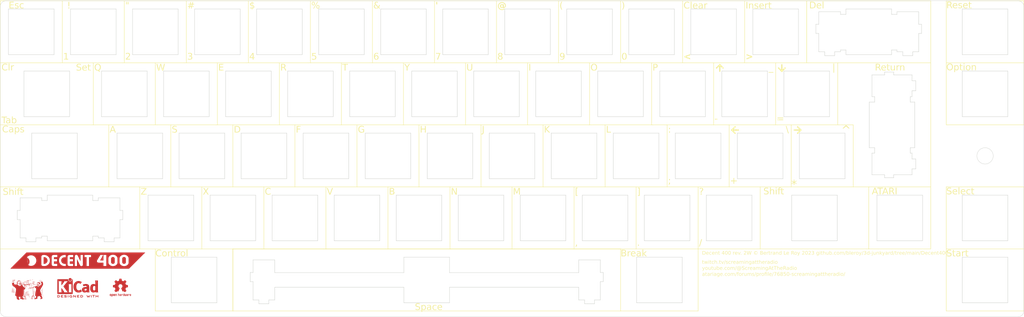
<source format=kicad_pcb>
(kicad_pcb (version 20221018) (generator pcbnew)
  (title_block (title "Decent400W Plate") (date "2024-02-18") (rev "2W") (company "Decent Consulting"))
  (layers (0 "F.Cu" signal) (31 "B.Cu" signal) (34 "B.Paste" user) (35 "F.Paste" user) (36 "B.SilkS" user "B.Silkscreen") (37 "F.SilkS" user "F.Silkscreen") (38 "B.Mask" user) (39 "F.Mask" user) (44 "Edge.Cuts" user))
  (net 0 "")
  (footprint "Library:Arrow" (layer "F.Cu") (at 268.64975 63.5055)
    (fp_text reference "REF**" hide)
    (fp_text value "Arrow" hide)
  )
  (footprint "Library:MX-1-00U-Hole" (layer "F.Cu") (at 33.3375 33.3375)
    (fp_text reference "SWEsc1" hide)
    (fp_text value "Esc" hide)
    (fp_line (start -7 -7) (end -7 7) (stroke (width 0.12)) (layer "Edge.Cuts"))
    (fp_line (start -7 -7) (end 7 -7) (stroke (width 0.12)) (layer "Edge.Cuts"))
    (fp_line (start -7 7) (end 7 7) (stroke (width 0.12)) (layer "Edge.Cuts"))
    (fp_line (start 7 -7) (end 7 7) (stroke (width 0.12)) (layer "Edge.Cuts"))
  )
  (footprint "Library:MX-1-00U-Hole" (layer "F.Cu") (at 142.875 71.4375)
    (fp_text reference "SWG1" hide)
    (fp_text value "G" hide)
    (fp_line (start -7 -7) (end -7 7) (stroke (width 0.12)) (layer "Edge.Cuts"))
    (fp_line (start -7 -7) (end 7 -7) (stroke (width 0.12)) (layer "Edge.Cuts"))
    (fp_line (start -7 7) (end 7 7) (stroke (width 0.12)) (layer "Edge.Cuts"))
    (fp_line (start 7 -7) (end 7 7) (stroke (width 0.12)) (layer "Edge.Cuts"))
  )
  (footprint "Library:MX-1-00U-Hole" (layer "F.Cu") (at 228.6 90.4875)
    (fp_text reference "SWPeriod1" hide)
    (fp_text value "Period" hide)
    (fp_line (start -7 -7) (end -7 7) (stroke (width 0.12)) (layer "Edge.Cuts"))
    (fp_line (start -7 -7) (end 7 -7) (stroke (width 0.12)) (layer "Edge.Cuts"))
    (fp_line (start -7 7) (end 7 7) (stroke (width 0.12)) (layer "Edge.Cuts"))
    (fp_line (start 7 -7) (end 7 7) (stroke (width 0.12)) (layer "Edge.Cuts"))
  )
  (footprint "Library:MX-1-00U-Hole" (layer "F.Cu") (at 261.9375 33.3375)
    (fp_text reference "SWGT1" hide)
    (fp_text value "GreaterThan" hide)
    (fp_line (start -7 -7) (end -7 7) (stroke (width 0.12)) (layer "Edge.Cuts"))
    (fp_line (start -7 -7) (end 7 -7) (stroke (width 0.12)) (layer "Edge.Cuts"))
    (fp_line (start -7 7) (end 7 7) (stroke (width 0.12)) (layer "Edge.Cuts"))
    (fp_line (start 7 -7) (end 7 7) (stroke (width 0.12)) (layer "Edge.Cuts"))
  )
  (footprint "Symbol:OSHW-Logo2_7.3x6mm_Copper" (layer "F.Cu") (at 60.721875 111.91875)
    (fp_text reference "REF**" hide)
    (fp_text value "OSHW-Logo2_7.3x6mm_Copper" hide)
  )
  (footprint "Library:MX-1-00U-Hole" (layer "F.Cu") (at 119.0625 52.3875)
    (fp_text reference "SWR1" hide)
    (fp_text value "R" hide)
    (fp_line (start -7 -7) (end -7 7) (stroke (width 0.12)) (layer "Edge.Cuts"))
    (fp_line (start -7 -7) (end 7 -7) (stroke (width 0.12)) (layer "Edge.Cuts"))
    (fp_line (start -7 7) (end 7 7) (stroke (width 0.12)) (layer "Edge.Cuts"))
    (fp_line (start 7 -7) (end 7 7) (stroke (width 0.12)) (layer "Edge.Cuts"))
  )
  (footprint "Library:MX-1-00U-Hole" (layer "F.Cu") (at 200.025 71.4375)
    (fp_text reference "SWK1" hide)
    (fp_text value "K" hide)
    (fp_line (start -7 -7) (end -7 7) (stroke (width 0.12)) (layer "Edge.Cuts"))
    (fp_line (start -7 -7) (end 7 -7) (stroke (width 0.12)) (layer "Edge.Cuts"))
    (fp_line (start -7 7) (end 7 7) (stroke (width 0.12)) (layer "Edge.Cuts"))
    (fp_line (start 7 -7) (end 7 7) (stroke (width 0.12)) (layer "Edge.Cuts"))
  )
  (footprint "Library:MX-1-00U-Hole" (layer "F.Cu") (at 166.6875 33.3375)
    (fp_text reference "SW7" hide)
    (fp_text value "7" hide)
    (fp_line (start -7 -7) (end -7 7) (stroke (width 0.12)) (layer "Edge.Cuts"))
    (fp_line (start -7 -7) (end 7 -7) (stroke (width 0.12)) (layer "Edge.Cuts"))
    (fp_line (start -7 7) (end 7 7) (stroke (width 0.12)) (layer "Edge.Cuts"))
    (fp_line (start 7 -7) (end 7 7) (stroke (width 0.12)) (layer "Edge.Cuts"))
  )
  (footprint "Library:MX-1-00U-Hole" (layer "F.Cu") (at 95.25 90.4875)
    (fp_text reference "SWX1" hide)
    (fp_text value "X" hide)
    (fp_line (start -7 -7) (end -7 7) (stroke (width 0.12)) (layer "Edge.Cuts"))
    (fp_line (start -7 -7) (end 7 -7) (stroke (width 0.12)) (layer "Edge.Cuts"))
    (fp_line (start -7 7) (end 7 7) (stroke (width 0.12)) (layer "Edge.Cuts"))
    (fp_line (start 7 -7) (end 7 7) (stroke (width 0.12)) (layer "Edge.Cuts"))
  )
  (footprint "Library:MX-1-00U-Hole" (layer "F.Cu") (at 180.975 71.4375)
    (fp_text reference "SWJ1" hide)
    (fp_text value "J" hide)
    (fp_line (start -7 -7) (end -7 7) (stroke (width 0.12)) (layer "Edge.Cuts"))
    (fp_line (start -7 -7) (end 7 -7) (stroke (width 0.12)) (layer "Edge.Cuts"))
    (fp_line (start -7 7) (end 7 7) (stroke (width 0.12)) (layer "Edge.Cuts"))
    (fp_line (start 7 -7) (end 7 7) (stroke (width 0.12)) (layer "Edge.Cuts"))
  )
  (footprint "Library:MX-1-00U-Hole" (layer "F.Cu") (at 204.7875 33.3375)
    (fp_text reference "SW9" hide)
    (fp_text value "9" hide)
    (fp_line (start -7 -7) (end -7 7) (stroke (width 0.12)) (layer "Edge.Cuts"))
    (fp_line (start -7 -7) (end 7 -7) (stroke (width 0.12)) (layer "Edge.Cuts"))
    (fp_line (start -7 7) (end 7 7) (stroke (width 0.12)) (layer "Edge.Cuts"))
    (fp_line (start 7 -7) (end 7 7) (stroke (width 0.12)) (layer "Edge.Cuts"))
  )
  (footprint "Library:MX-1-00U-Hole" (layer "F.Cu") (at 157.1625 52.3875)
    (fp_text reference "SWY1" hide)
    (fp_text value "Y" hide)
    (fp_line (start -7 -7) (end -7 7) (stroke (width 0.12)) (layer "Edge.Cuts"))
    (fp_line (start -7 -7) (end 7 -7) (stroke (width 0.12)) (layer "Edge.Cuts"))
    (fp_line (start -7 7) (end 7 7) (stroke (width 0.12)) (layer "Edge.Cuts"))
    (fp_line (start 7 -7) (end 7 7) (stroke (width 0.12)) (layer "Edge.Cuts"))
  )
  (footprint "Library:MX-1-00U-Hole" (layer "F.Cu") (at 219.075 71.4375)
    (fp_text reference "SWL1" hide)
    (fp_text value "L" hide)
    (fp_line (start -7 -7) (end -7 7) (stroke (width 0.12)) (layer "Edge.Cuts"))
    (fp_line (start -7 -7) (end 7 -7) (stroke (width 0.12)) (layer "Edge.Cuts"))
    (fp_line (start -7 7) (end 7 7) (stroke (width 0.12)) (layer "Edge.Cuts"))
    (fp_line (start 7 -7) (end 7 7) (stroke (width 0.12)) (layer "Edge.Cuts"))
  )
  (footprint "Library:MX-1-00U-Hole" (layer "F.Cu") (at 209.55 90.4875)
    (fp_text reference "SWComma1" hide)
    (fp_text value "Comma" hide)
    (fp_line (start -7 -7) (end -7 7) (stroke (width 0.12)) (layer "Edge.Cuts"))
    (fp_line (start -7 -7) (end 7 -7) (stroke (width 0.12)) (layer "Edge.Cuts"))
    (fp_line (start -7 7) (end 7 7) (stroke (width 0.12)) (layer "Edge.Cuts"))
    (fp_line (start 7 -7) (end 7 7) (stroke (width 0.12)) (layer "Edge.Cuts"))
  )
  (footprint "Library:MX-1-00U-Hole" (layer "F.Cu") (at 114.3 90.4875)
    (fp_text reference "SWC1" hide)
    (fp_text value "C" hide)
    (fp_line (start -7 -7) (end -7 7) (stroke (width 0.12)) (layer "Edge.Cuts"))
    (fp_line (start -7 -7) (end 7 -7) (stroke (width 0.12)) (layer "Edge.Cuts"))
    (fp_line (start -7 7) (end 7 7) (stroke (width 0.12)) (layer "Edge.Cuts"))
    (fp_line (start 7 -7) (end 7 7) (stroke (width 0.12)) (layer "Edge.Cuts"))
  )
  (footprint "Library:MX-1-00U-Hole" (layer "F.Cu") (at 133.35 90.4875)
    (fp_text reference "SWV1" hide)
    (fp_text value "V" hide)
    (fp_line (start -7 -7) (end -7 7) (stroke (width 0.12)) (layer "Edge.Cuts"))
    (fp_line (start -7 -7) (end 7 -7) (stroke (width 0.12)) (layer "Edge.Cuts"))
    (fp_line (start -7 7) (end 7 7) (stroke (width 0.12)) (layer "Edge.Cuts"))
    (fp_line (start 7 -7) (end 7 7) (stroke (width 0.12)) (layer "Edge.Cuts"))
  )
  (footprint "Library:MX-1-25U-Hole" (layer "F.Cu") (at 326.23125 33.3375)
    (fp_text reference "SWReset1" hide)
    (fp_text value "Reset" hide)
    (fp_line (start -7 -7) (end -7 7) (stroke (width 0.12)) (layer "Edge.Cuts"))
    (fp_line (start -7 -7) (end 7 -7) (stroke (width 0.12)) (layer "Edge.Cuts"))
    (fp_line (start -7 7) (end 7 7) (stroke (width 0.12)) (layer "Edge.Cuts"))
    (fp_line (start 7 -7) (end 7 7) (stroke (width 0.12)) (layer "Edge.Cuts"))
  )
  (footprint "Library:MX-1-00U-Hole" (layer "F.Cu") (at 71.4375 33.3375)
    (fp_text reference "SW2" hide)
    (fp_text value "2" hide)
    (fp_line (start -7 -7) (end -7 7) (stroke (width 0.12)) (layer "Edge.Cuts"))
    (fp_line (start -7 -7) (end 7 -7) (stroke (width 0.12)) (layer "Edge.Cuts"))
    (fp_line (start -7 7) (end 7 7) (stroke (width 0.12)) (layer "Edge.Cuts"))
    (fp_line (start 7 -7) (end 7 7) (stroke (width 0.12)) (layer "Edge.Cuts"))
  )
  (footprint "Library:MX-1-00U-Hole" (layer "F.Cu") (at 66.675 71.4375)
    (fp_text reference "SWA1" hide)
    (fp_text value "A" hide)
    (fp_line (start -7 -7) (end -7 7) (stroke (width 0.12)) (layer "Edge.Cuts"))
    (fp_line (start -7 -7) (end 7 -7) (stroke (width 0.12)) (layer "Edge.Cuts"))
    (fp_line (start -7 7) (end 7 7) (stroke (width 0.12)) (layer "Edge.Cuts"))
    (fp_line (start 7 -7) (end 7 7) (stroke (width 0.12)) (layer "Edge.Cuts"))
  )
  (footprint "Library:Arrow" (layer "F.Cu") (at 249.47275 63.5055 180)
    (fp_text reference "REF**" hide)
    (fp_text value "Arrow" hide)
  )
  (footprint "Library:MX-1-00U-Hole" (layer "F.Cu") (at 195.2625 52.3875)
    (fp_text reference "SWI1" hide)
    (fp_text value "I" hide)
    (fp_line (start -7 -7) (end -7 7) (stroke (width 0.12)) (layer "Edge.Cuts"))
    (fp_line (start -7 -7) (end 7 -7) (stroke (width 0.12)) (layer "Edge.Cuts"))
    (fp_line (start -7 7) (end 7 7) (stroke (width 0.12)) (layer "Edge.Cuts"))
    (fp_line (start 7 -7) (end 7 7) (stroke (width 0.12)) (layer "Edge.Cuts"))
  )
  (footprint "Library:MX-1-00U-Hole" (layer "F.Cu") (at 223.8375 33.3375)
    (fp_text reference "SW0" hide)
    (fp_text value "0" hide)
    (fp_line (start -7 -7) (end -7 7) (stroke (width 0.12)) (layer "Edge.Cuts"))
    (fp_line (start -7 -7) (end 7 -7) (stroke (width 0.12)) (layer "Edge.Cuts"))
    (fp_line (start -7 7) (end 7 7) (stroke (width 0.12)) (layer "Edge.Cuts"))
    (fp_line (start 7 -7) (end 7 7) (stroke (width 0.12)) (layer "Edge.Cuts"))
  )
  (footprint "Library:MX-1-25U-Hole" (layer "F.Cu") (at 83.34375 109.5375)
    (fp_text reference "SWCtl1" hide)
    (fp_text value "Control" hide)
    (fp_line (start -7 -7) (end -7 7) (stroke (width 0.12)) (layer "Edge.Cuts"))
    (fp_line (start -7 -7) (end 7 -7) (stroke (width 0.12)) (layer "Edge.Cuts"))
    (fp_line (start -7 7) (end 7 7) (stroke (width 0.12)) (layer "Edge.Cuts"))
    (fp_line (start 7 -7) (end 7 7) (stroke (width 0.12)) (layer "Edge.Cuts"))
  )
  (footprint "Library:MX-2-00U-Hole" (layer "F.Cu") (at 290.5125 33.3375)
    (fp_text reference "SWDel1" hide)
    (fp_text value "Del")
    (fp_line (start -16.2164 -2.286) (end -16.2164 0.508) (stroke (width 0.12)) (layer "Edge.Cuts"))
    (fp_line (start -15.33 -6.1468) (end -15.33 -2.286) (stroke (width 0.12)) (layer "Edge.Cuts"))
    (fp_line (start -15.33 -2.286) (end -16.2164 -2.286) (stroke (width 0.12)) (layer "Edge.Cuts"))
    (fp_line (start -15.33 0.508) (end -16.2164 0.508) (stroke (width 0.12)) (layer "Edge.Cuts"))
    (fp_line (start -15.33 0.508) (end -15.33 6.1468) (stroke (width 0.12)) (layer "Edge.Cuts"))
    (fp_line (start -13.524 6.1468) (end -15.33 6.1468) (stroke (width 0.12)) (layer "Edge.Cuts"))
    (fp_line (start -13.524 6.1468) (end -13.524 7.3152) (stroke (width 0.12)) (layer "Edge.Cuts"))
    (fp_line (start -10.476 6.1468) (end -10.476 7.3152) (stroke (width 0.12)) (layer "Edge.Cuts"))
    (fp_line (start -10.476 7.3152) (end -13.524 7.3152) (stroke (width 0.12)) (layer "Edge.Cuts"))
    (fp_line (start -8.67 -6.1468) (end -15.33 -6.1468) (stroke (width 0.12)) (layer "Edge.Cuts"))
    (fp_line (start -8.67 -6.1468) (end -8.67 -5.334) (stroke (width 0.12)) (layer "Edge.Cuts"))
    (fp_line (start -8.67 -5.334) (end -7 -5.334) (stroke (width 0.12)) (layer "Edge.Cuts"))
    (fp_line (start -8.67 5.588) (end -7 5.588) (stroke (width 0.12)) (layer "Edge.Cuts"))
    (fp_line (start -8.67 6.1468) (end -10.476 6.1468) (stroke (width 0.12)) (layer "Edge.Cuts"))
    (fp_line (start -8.67 6.1468) (end -8.67 5.588) (stroke (width 0.12)) (layer "Edge.Cuts"))
    (fp_line (start -7 -7) (end -7 -5.334) (stroke (width 0.12)) (layer "Edge.Cuts"))
    (fp_line (start -7 -7) (end 7 -7) (stroke (width 0.12)) (layer "Edge.Cuts"))
    (fp_line (start -7 7) (end -7 5.588) (stroke (width 0.12)) (layer "Edge.Cuts"))
    (fp_line (start -7 7) (end 7 7) (stroke (width 0.12)) (layer "Edge.Cuts"))
    (fp_line (start 7 -7) (end 7 -5.334) (stroke (width 0.12)) (layer "Edge.Cuts"))
    (fp_line (start 7 7) (end 7 5.588) (stroke (width 0.12)) (layer "Edge.Cuts"))
    (fp_line (start 8.67 -6.1468) (end 8.67 -5.334) (stroke (width 0.12)) (layer "Edge.Cuts"))
    (fp_line (start 8.67 -6.1468) (end 15.33 -6.1468) (stroke (width 0.12)) (layer "Edge.Cuts"))
    (fp_line (start 8.67 -5.334) (end 7 -5.334) (stroke (width 0.12)) (layer "Edge.Cuts"))
    (fp_line (start 8.67 5.588) (end 7 5.588) (stroke (width 0.12)) (layer "Edge.Cuts"))
    (fp_line (start 8.67 6.1468) (end 8.67 5.588) (stroke (width 0.12)) (layer "Edge.Cuts"))
    (fp_line (start 8.67 6.1468) (end 10.476 6.1468) (stroke (width 0.12)) (layer "Edge.Cuts"))
    (fp_line (start 10.476 6.1468) (end 10.476 7.3152) (stroke (width 0.12)) (layer "Edge.Cuts"))
    (fp_line (start 10.476 7.3152) (end 13.524 7.3152) (stroke (width 0.12)) (layer "Edge.Cuts"))
    (fp_line (start 13.524 6.1468) (end 13.524 7.3152) (stroke (width 0.12)) (layer "Edge.Cuts"))
    (fp_line (start 13.524 6.1468) (end 15.33 6.1468) (stroke (width 0.12)) (layer "Edge.Cuts"))
    (fp_line (start 15.33 -6.1468) (end 15.33 -2.286) (stroke (width 0.12)) (layer "Edge.Cuts"))
    (fp_line (start 15.33 -2.286) (end 16.2164 -2.286) (stroke (width 0.12)) (layer "Edge.Cuts"))
    (fp_line (start 15.33 0.508) (end 15.33 6.1468) (stroke (width 0.12)) (layer "Edge.Cuts"))
    (fp_line (start 15.33 0.508) (end 16.2164 0.508) (stroke (width 0.12)) (layer "Edge.Cuts"))
    (fp_line (start 16.2164 -2.286) (end 16.2164 0.508) (stroke (width 0.12)) (layer "Edge.Cuts"))
  )
  (footprint "Library:MX-1-00U-Hole" (layer "F.Cu") (at 138.1125 52.3875)
    (fp_text reference "SWT1" hide)
    (fp_text value "T" hide)
    (fp_line (start -7 -7) (end -7 7) (stroke (width 0.12)) (layer "Edge.Cuts"))
    (fp_line (start -7 -7) (end 7 -7) (stroke (width 0.12)) (layer "Edge.Cuts"))
    (fp_line (start -7 7) (end 7 7) (stroke (width 0.12)) (layer "Edge.Cuts"))
    (fp_line (start 7 -7) (end 7 7) (stroke (width 0.12)) (layer "Edge.Cuts"))
  )
  (footprint "Library:MX-1-00U-Hole" (layer "F.Cu") (at 176.2125 52.3875)
    (fp_text reference "SWU1" hide)
    (fp_text value "U" hide)
    (fp_line (start -7 -7) (end -7 7) (stroke (width 0.12)) (layer "Edge.Cuts"))
    (fp_line (start -7 -7) (end 7 -7) (stroke (width 0.12)) (layer "Edge.Cuts"))
    (fp_line (start -7 7) (end 7 7) (stroke (width 0.12)) (layer "Edge.Cuts"))
    (fp_line (start 7 -7) (end 7 7) (stroke (width 0.12)) (layer "Edge.Cuts"))
  )
  (footprint "Library:MX-2-25U-Hole" (layer "F.Cu") (at 45.24375 90.4875)
    (fp_text reference "SWLeftSft1" hide)
    (fp_text value "Shift" hide)
    (fp_line (start -16.2164 -2.286) (end -16.2164 0.508) (stroke (width 0.12)) (layer "Edge.Cuts"))
    (fp_line (start -15.33 -6.1468) (end -15.33 -2.286) (stroke (width 0.12)) (layer "Edge.Cuts"))
    (fp_line (start -15.33 -2.286) (end -16.2164 -2.286) (stroke (width 0.12)) (layer "Edge.Cuts"))
    (fp_line (start -15.33 0.508) (end -16.2164 0.508) (stroke (width 0.12)) (layer "Edge.Cuts"))
    (fp_line (start -15.33 0.508) (end -15.33 6.1468) (stroke (width 0.12)) (layer "Edge.Cuts"))
    (fp_line (start -13.524 6.1468) (end -15.33 6.1468) (stroke (width 0.12)) (layer "Edge.Cuts"))
    (fp_line (start -13.524 6.1468) (end -13.524 7.3152) (stroke (width 0.12)) (layer "Edge.Cuts"))
    (fp_line (start -10.476 6.1468) (end -10.476 7.3152) (stroke (width 0.12)) (layer "Edge.Cuts"))
    (fp_line (start -10.476 7.3152) (end -13.524 7.3152) (stroke (width 0.12)) (layer "Edge.Cuts"))
    (fp_line (start -8.67 -6.1468) (end -15.33 -6.1468) (stroke (width 0.12)) (layer "Edge.Cuts"))
    (fp_line (start -8.67 -6.1468) (end -8.67 -5.334) (stroke (width 0.12)) (layer "Edge.Cuts"))
    (fp_line (start -8.67 -5.334) (end -7 -5.334) (stroke (width 0.12)) (layer "Edge.Cuts"))
    (fp_line (start -8.67 5.588) (end -7 5.588) (stroke (width 0.12)) (layer "Edge.Cuts"))
    (fp_line (start -8.67 6.1468) (end -10.476 6.1468) (stroke (width 0.12)) (layer "Edge.Cuts"))
    (fp_line (start -8.67 6.1468) (end -8.67 5.588) (stroke (width 0.12)) (layer "Edge.Cuts"))
    (fp_line (start -7 -7) (end -7 -5.334) (stroke (width 0.12)) (layer "Edge.Cuts"))
    (fp_line (start -7 -7) (end 7 -7) (stroke (width 0.12)) (layer "Edge.Cuts"))
    (fp_line (start -7 7) (end -7 5.588) (stroke (width 0.12)) (layer "Edge.Cuts"))
    (fp_line (start -7 7) (end 7 7) (stroke (width 0.12)) (layer "Edge.Cuts"))
    (fp_line (start 7 -7) (end 7 -5.334) (stroke (width 0.12)) (layer "Edge.Cuts"))
    (fp_line (start 7 7) (end 7 5.588) (stroke (width 0.12)) (layer "Edge.Cuts"))
    (fp_line (start 8.67 -6.1468) (end 8.67 -5.334) (stroke (width 0.12)) (layer "Edge.Cuts"))
    (fp_line (start 8.67 -6.1468) (end 15.33 -6.1468) (stroke (width 0.12)) (layer "Edge.Cuts"))
    (fp_line (start 8.67 -5.334) (end 7 -5.334) (stroke (width 0.12)) (layer "Edge.Cuts"))
    (fp_line (start 8.67 5.588) (end 7 5.588) (stroke (width 0.12)) (layer "Edge.Cuts"))
    (fp_line (start 8.67 6.1468) (end 8.67 5.588) (stroke (width 0.12)) (layer "Edge.Cuts"))
    (fp_line (start 8.67 6.1468) (end 10.476 6.1468) (stroke (width 0.12)) (layer "Edge.Cuts"))
    (fp_line (start 10.476 6.1468) (end 10.476 7.3152) (stroke (width 0.12)) (layer "Edge.Cuts"))
    (fp_line (start 10.476 7.3152) (end 13.524 7.3152) (stroke (width 0.12)) (layer "Edge.Cuts"))
    (fp_line (start 13.524 6.1468) (end 13.524 7.3152) (stroke (width 0.12)) (layer "Edge.Cuts"))
    (fp_line (start 13.524 6.1468) (end 15.33 6.1468) (stroke (width 0.12)) (layer "Edge.Cuts"))
    (fp_line (start 15.33 -6.1468) (end 15.33 -2.286) (stroke (width 0.12)) (layer "Edge.Cuts"))
    (fp_line (start 15.33 -2.286) (end 16.2164 -2.286) (stroke (width 0.12)) (layer "Edge.Cuts"))
    (fp_line (start 15.33 0.508) (end 15.33 6.1468) (stroke (width 0.12)) (layer "Edge.Cuts"))
    (fp_line (start 15.33 0.508) (end 16.2164 0.508) (stroke (width 0.12)) (layer "Edge.Cuts"))
    (fp_line (start 16.2164 -2.286) (end 16.2164 0.508) (stroke (width 0.12)) (layer "Edge.Cuts"))
  )
  (footprint "Library:MX-1-00U-Hole" (layer "F.Cu") (at 100.0125 52.3875)
    (fp_text reference "SWE1" hide)
    (fp_text value "E" hide)
    (fp_line (start -7 -7) (end -7 7) (stroke (width 0.12)) (layer "Edge.Cuts"))
    (fp_line (start -7 -7) (end 7 -7) (stroke (width 0.12)) (layer "Edge.Cuts"))
    (fp_line (start -7 7) (end 7 7) (stroke (width 0.12)) (layer "Edge.Cuts"))
    (fp_line (start 7 -7) (end 7 7) (stroke (width 0.12)) (layer "Edge.Cuts"))
  )
  (footprint "Library:MX-1-00U-Hole" (layer "F.Cu") (at 128.5875 33.3375)
    (fp_text reference "SW5" hide)
    (fp_text value "5" hide)
    (fp_line (start -7 -7) (end -7 7) (stroke (width 0.12)) (layer "Edge.Cuts"))
    (fp_line (start -7 -7) (end 7 -7) (stroke (width 0.12)) (layer "Edge.Cuts"))
    (fp_line (start -7 7) (end 7 7) (stroke (width 0.12)) (layer "Edge.Cuts"))
    (fp_line (start 7 -7) (end 7 7) (stroke (width 0.12)) (layer "Edge.Cuts"))
  )
  (footprint "Library:MX-1-00U-Hole" (layer "F.Cu") (at 276.225 71.4375)
    (fp_text reference "SWStar1" hide)
    (fp_text value "Star" hide)
    (fp_line (start -7 -7) (end -7 7) (stroke (width 0.12)) (layer "Edge.Cuts"))
    (fp_line (start -7 -7) (end 7 -7) (stroke (width 0.12)) (layer "Edge.Cuts"))
    (fp_line (start -7 7) (end 7 7) (stroke (width 0.12)) (layer "Edge.Cuts"))
    (fp_line (start 7 -7) (end 7 7) (stroke (width 0.12)) (layer "Edge.Cuts"))
  )
  (footprint "Library:MX-1-00U-Hole" (layer "F.Cu") (at 190.5 90.4875)
    (fp_text reference "SWM1" hide)
    (fp_text value "M" hide)
    (fp_line (start -7 -7) (end -7 7) (stroke (width 0.12)) (layer "Edge.Cuts"))
    (fp_line (start -7 -7) (end 7 -7) (stroke (width 0.12)) (layer "Edge.Cuts"))
    (fp_line (start -7 7) (end 7 7) (stroke (width 0.12)) (layer "Edge.Cuts"))
    (fp_line (start 7 -7) (end 7 7) (stroke (width 0.12)) (layer "Edge.Cuts"))
  )
  (footprint "Library:MX-1-00U-Hole" (layer "F.Cu") (at 123.825 71.4375)
    (fp_text reference "SWF1" hide)
    (fp_text value "F" hide)
    (fp_line (start -7 -7) (end -7 7) (stroke (width 0.12)) (layer "Edge.Cuts"))
    (fp_line (start -7 -7) (end 7 -7) (stroke (width 0.12)) (layer "Edge.Cuts"))
    (fp_line (start -7 7) (end 7 7) (stroke (width 0.12)) (layer "Edge.Cuts"))
    (fp_line (start 7 -7) (end 7 7) (stroke (width 0.12)) (layer "Edge.Cuts"))
  )
  (footprint "Library:Arrow" (layer "F.Cu") (at 263.82375 44.4555 -90)
    (fp_text reference "REF**" hide)
    (fp_text value "Arrow" hide)
  )
  (footprint "Library:MX-1-25U-Hole" (layer "F.Cu") (at 226.21875 109.5375)
    (fp_text reference "SWBrk1" hide)
    (fp_text value "Break" hide)
    (fp_line (start -7 -7) (end -7 7) (stroke (width 0.12)) (layer "Edge.Cuts"))
    (fp_line (start -7 -7) (end 7 -7) (stroke (width 0.12)) (layer "Edge.Cuts"))
    (fp_line (start -7 7) (end 7 7) (stroke (width 0.12)) (layer "Edge.Cuts"))
    (fp_line (start 7 -7) (end 7 7) (stroke (width 0.12)) (layer "Edge.Cuts"))
  )
  (footprint "Library:MX-1-00U-Hole" (layer "F.Cu") (at 90.4875 33.3375)
    (fp_text reference "SW3" hide)
    (fp_text value "3" hide)
    (fp_line (start -7 -7) (end -7 7) (stroke (width 0.12)) (layer "Edge.Cuts"))
    (fp_line (start -7 -7) (end 7 -7) (stroke (width 0.12)) (layer "Edge.Cuts"))
    (fp_line (start -7 7) (end 7 7) (stroke (width 0.12)) (layer "Edge.Cuts"))
    (fp_line (start 7 -7) (end 7 7) (stroke (width 0.12)) (layer "Edge.Cuts"))
  )
  (footprint "Symbol:KiCad-Logo2_5mm_Copper" (layer "F.Cu") (at 47.625 111.91875)
    (fp_text reference "REF**" hide)
    (fp_text value "KiCad-Logo2_5mm_Copper" hide)
  )
  (footprint "Library:MX-1-50U-Hole" (layer "F.Cu") (at 38.1 52.3875)
    (fp_text reference "SWTab1" hide)
    (fp_text value "Tab" hide)
    (fp_line (start -7 -7) (end -7 7) (stroke (width 0.12)) (layer "Edge.Cuts"))
    (fp_line (start -7 -7) (end 7 -7) (stroke (width 0.12)) (layer "Edge.Cuts"))
    (fp_line (start -7 7) (end 7 7) (stroke (width 0.12)) (layer "Edge.Cuts"))
    (fp_line (start 7 -7) (end 7 7) (stroke (width 0.12)) (layer "Edge.Cuts"))
  )
  (footprint "Library:MX-1-00U-Hole" (layer "F.Cu") (at 257.175 71.4375)
    (fp_text reference "SWPlus1" hide)
    (fp_text value "Plus" hide)
    (fp_line (start -7 -7) (end -7 7) (stroke (width 0.12)) (layer "Edge.Cuts"))
    (fp_line (start -7 -7) (end 7 -7) (stroke (width 0.12)) (layer "Edge.Cuts"))
    (fp_line (start -7 7) (end 7 7) (stroke (width 0.12)) (layer "Edge.Cuts"))
    (fp_line (start 7 -7) (end 7 7) (stroke (width 0.12)) (layer "Edge.Cuts"))
  )
  (footprint "LOGO" (layer "F.Cu") (at 32.146875 111.91875)
    (fp_text reference "G***" hide)
    (fp_text value "LOGOGO" hide)
  )
  (footprint "Library:MX-1-00U-Hole" (layer "F.Cu") (at 242.8875 33.3375)
    (fp_text reference "SWLT1" hide)
    (fp_text value "LessThan" hide)
    (fp_line (start -7 -7) (end -7 7) (stroke (width 0.12)) (layer "Edge.Cuts"))
    (fp_line (start -7 -7) (end 7 -7) (stroke (width 0.12)) (layer "Edge.Cuts"))
    (fp_line (start -7 7) (end 7 7) (stroke (width 0.12)) (layer "Edge.Cuts"))
    (fp_line (start 7 -7) (end 7 7) (stroke (width 0.12)) (layer "Edge.Cuts"))
  )
  (footprint "Library:MX-1-00U-Hole" (layer "F.Cu") (at 185.7375 33.3375)
    (fp_text reference "SW8" hide)
    (fp_text value "8" hide)
    (fp_line (start -7 -7) (end -7 7) (stroke (width 0.12)) (layer "Edge.Cuts"))
    (fp_line (start -7 -7) (end 7 -7) (stroke (width 0.12)) (layer "Edge.Cuts"))
    (fp_line (start -7 7) (end 7 7) (stroke (width 0.12)) (layer "Edge.Cuts"))
    (fp_line (start 7 -7) (end 7 7) (stroke (width 0.12)) (layer "Edge.Cuts"))
  )
  (footprint "Library:MX-1-00U-Hole" (layer "F.Cu") (at 238.125 71.4375)
    (fp_text reference "SWSemi1" hide)
    (fp_text value "Semicolon" hide)
    (fp_line (start -7 -7) (end -7 7) (stroke (width 0.12)) (layer "Edge.Cuts"))
    (fp_line (start -7 -7) (end 7 -7) (stroke (width 0.12)) (layer "Edge.Cuts"))
    (fp_line (start -7 7) (end 7 7) (stroke (width 0.12)) (layer "Edge.Cuts"))
    (fp_line (start 7 -7) (end 7 7) (stroke (width 0.12)) (layer "Edge.Cuts"))
  )
  (footprint "Library:MX-1-00U-Hole" (layer "F.Cu") (at 300.0375 90.4875)
    (fp_text reference "SWInv1" hide)
    (fp_text value "Atari" hide)
    (fp_line (start -7 -7) (end -7 7) (stroke (width 0.12)) (layer "Edge.Cuts"))
    (fp_line (start -7 -7) (end 7 -7) (stroke (width 0.12)) (layer "Edge.Cuts"))
    (fp_line (start -7 7) (end 7 7) (stroke (width 0.12)) (layer "Edge.Cuts"))
    (fp_line (start 7 -7) (end 7 7) (stroke (width 0.12)) (layer "Edge.Cuts"))
  )
  (footprint "Library:MX-1-25U-Hole" (layer "F.Cu") (at 326.23125 109.5375)
    (fp_text reference "SWStart1" hide)
    (fp_text value "Start" hide)
    (fp_line (start -7 -7) (end -7 7) (stroke (width 0.12)) (layer "Edge.Cuts"))
    (fp_line (start -7 -7) (end 7 -7) (stroke (width 0.12)) (layer "Edge.Cuts"))
    (fp_line (start -7 7) (end 7 7) (stroke (width 0.12)) (layer "Edge.Cuts"))
    (fp_line (start 7 -7) (end 7 7) (stroke (width 0.12)) (layer "Edge.Cuts"))
  )
  (footprint "Library:MX-1-00U-Hole" (layer "F.Cu") (at 80.9625 52.3875)
    (fp_text reference "SWW1" hide)
    (fp_text value "W" hide)
    (fp_line (start -7 -7) (end -7 7) (stroke (width 0.12)) (layer "Edge.Cuts"))
    (fp_line (start -7 -7) (end 7 -7) (stroke (width 0.12)) (layer "Edge.Cuts"))
    (fp_line (start -7 7) (end 7 7) (stroke (width 0.12)) (layer "Edge.Cuts"))
    (fp_line (start 7 -7) (end 7 7) (stroke (width 0.12)) (layer "Edge.Cuts"))
  )
  (footprint "Library:MX-1-25U-Hole" (layer "F.Cu") (at 326.23125 90.4875)
    (fp_text reference "SWSelect1" hide)
    (fp_text value "Select" hide)
    (fp_line (start -7 -7) (end -7 7) (stroke (width 0.12)) (layer "Edge.Cuts"))
    (fp_line (start -7 -7) (end 7 -7) (stroke (width 0.12)) (layer "Edge.Cuts"))
    (fp_line (start -7 7) (end 7 7) (stroke (width 0.12)) (layer "Edge.Cuts"))
    (fp_line (start 7 -7) (end 7 7) (stroke (width 0.12)) (layer "Edge.Cuts"))
  )
  (footprint "Library:MX-1-00U-Hole" (layer "F.Cu") (at 171.45 90.4875)
    (fp_text reference "SWN1" hide)
    (fp_text value "N" hide)
    (fp_line (start -7 -7) (end -7 7) (stroke (width 0.12)) (layer "Edge.Cuts"))
    (fp_line (start -7 -7) (end 7 -7) (stroke (width 0.12)) (layer "Edge.Cuts"))
    (fp_line (start -7 7) (end 7 7) (stroke (width 0.12)) (layer "Edge.Cuts"))
    (fp_line (start 7 -7) (end 7 7) (stroke (width 0.12)) (layer "Edge.Cuts"))
  )
  (footprint "Library:MX-1-00U-Hole" (layer "F.Cu") (at 52.3875 33.3375)
    (fp_text reference "SW1" hide)
    (fp_text value "1" hide)
    (fp_line (start -7 -7) (end -7 7) (stroke (width 0.12)) (layer "Edge.Cuts"))
    (fp_line (start -7 -7) (end 7 -7) (stroke (width 0.12)) (layer "Edge.Cuts"))
    (fp_line (start -7 7) (end 7 7) (stroke (width 0.12)) (layer "Edge.Cuts"))
    (fp_line (start 7 -7) (end 7 7) (stroke (width 0.12)) (layer "Edge.Cuts"))
  )
  (footprint "Library:Arrow" (layer "F.Cu") (at 244.77375 44.4555 90)
    (fp_text reference "REF**" hide)
    (fp_text value "Arrow" hide)
  )
  (footprint "Library:MX-1-75U-Hole" (layer "F.Cu") (at 40.48125 71.4375)
    (fp_text reference "SWCps1" hide)
    (fp_text value "Caps" hide)
    (fp_line (start -7 -7) (end -7 7) (stroke (width 0.12)) (layer "Edge.Cuts"))
    (fp_line (start -7 -7) (end 7 -7) (stroke (width 0.12)) (layer "Edge.Cuts"))
    (fp_line (start -7 7) (end 7 7) (stroke (width 0.12)) (layer "Edge.Cuts"))
    (fp_line (start 7 -7) (end 7 7) (stroke (width 0.12)) (layer "Edge.Cuts"))
  )
  (footprint "Library:MX-1-00U-Hole" (layer "F.Cu") (at 61.9125 52.3875)
    (fp_text reference "SWQ1" hide)
    (fp_text value "Q" hide)
    (fp_line (start -7 -7) (end -7 7) (stroke (width 0.12)) (layer "Edge.Cuts"))
    (fp_line (start -7 -7) (end 7 -7) (stroke (width 0.12)) (layer "Edge.Cuts"))
    (fp_line (start -7 7) (end 7 7) (stroke (width 0.12)) (layer "Edge.Cuts"))
    (fp_line (start 7 -7) (end 7 7) (stroke (width 0.12)) (layer "Edge.Cuts"))
  )
  (footprint "Library:MX-1-00U-Hole" (layer "F.Cu") (at 147.6375 33.3375)
    (fp_text reference "SW6" hide)
    (fp_text value "6" hide)
    (fp_line (start -7 -7) (end -7 7) (stroke (width 0.12)) (layer "Edge.Cuts"))
    (fp_line (start -7 -7) (end 7 -7) (stroke (width 0.12)) (layer "Edge.Cuts"))
    (fp_line (start -7 7) (end 7 7) (stroke (width 0.12)) (layer "Edge.Cuts"))
    (fp_line (start 7 -7) (end 7 7) (stroke (width 0.12)) (layer "Edge.Cuts"))
  )
  (footprint "Library:MX-1-00U-Hole" (layer "F.Cu") (at 104.775 71.4375)
    (fp_text reference "SWD1" hide)
    (fp_text value "D" hide)
    (fp_line (start -7 -7) (end -7 7) (stroke (width 0.12)) (layer "Edge.Cuts"))
    (fp_line (start -7 -7) (end 7 -7) (stroke (width 0.12)) (layer "Edge.Cuts"))
    (fp_line (start -7 7) (end 7 7) (stroke (width 0.12)) (layer "Edge.Cuts"))
    (fp_line (start 7 -7) (end 7 7) (stroke (width 0.12)) (layer "Edge.Cuts"))
  )
  (footprint "Library:MX-6-25U-Hole" (layer "F.Cu") (at 154.775 109.5375)
    (fp_text reference "SWSpc1" hide)
    (fp_text value "Space")
    (fp_line (start -54.2164 -2.286) (end -54.2164 0.508) (stroke (width 0.12)) (layer "Edge.Cuts"))
    (fp_line (start -53.33 -6.1468) (end -53.33 -2.286) (stroke (width 0.12)) (layer "Edge.Cuts"))
    (fp_line (start -53.33 -2.286) (end -54.2164 -2.286) (stroke (width 0.12)) (layer "Edge.Cuts"))
    (fp_line (start -53.33 0.508) (end -54.2164 0.508) (stroke (width 0.12)) (layer "Edge.Cuts"))
    (fp_line (start -53.33 0.508) (end -53.33 6.1468) (stroke (width 0.12)) (layer "Edge.Cuts"))
    (fp_line (start -51.524 6.1468) (end -53.33 6.1468) (stroke (width 0.12)) (layer "Edge.Cuts"))
    (fp_line (start -51.524 6.1468) (end -51.524 7.3152) (stroke (width 0.12)) (layer "Edge.Cuts"))
    (fp_line (start -48.476 6.1468) (end -48.476 7.3152) (stroke (width 0.12)) (layer "Edge.Cuts"))
    (fp_line (start -48.476 7.3152) (end -51.524 7.3152) (stroke (width 0.12)) (layer "Edge.Cuts"))
    (fp_line (start -46.67 -6.1468) (end -53.33 -6.1468) (stroke (width 0.12)) (layer "Edge.Cuts"))
    (fp_line (start -46.67 -6.1468) (end -46.67 -2.25) (stroke (width 0.12)) (layer "Edge.Cuts"))
    (fp_line (start -46.67 -2.25) (end -7 -2.25) (stroke (width 0.12)) (layer "Edge.Cuts"))
    (fp_line (start -46.67 2.25) (end -7 2.25) (stroke (width 0.12)) (layer "Edge.Cuts"))
    (fp_line (start -46.67 6.1468) (end -48.476 6.1468) (stroke (width 0.12)) (layer "Edge.Cuts"))
    (fp_line (start -46.67 6.1468) (end -46.67 2.25) (stroke (width 0.12)) (layer "Edge.Cuts"))
    (fp_line (start -7 -7) (end -7 -2.25) (stroke (width 0.12)) (layer "Edge.Cuts"))
    (fp_line (start -7 -7) (end 7 -7) (stroke (width 0.12)) (layer "Edge.Cuts"))
    (fp_line (start -7 7) (end -7 2.25) (stroke (width 0.12)) (layer "Edge.Cuts"))
    (fp_line (start -7 7) (end 7 7) (stroke (width 0.12)) (layer "Edge.Cuts"))
    (fp_line (start 7 -7) (end 7 -2.25) (stroke (width 0.12)) (layer "Edge.Cuts"))
    (fp_line (start 7 7) (end 7 2.25) (stroke (width 0.12)) (layer "Edge.Cuts"))
    (fp_line (start 46.67 -6.1468) (end 46.67 -2.25) (stroke (width 0.12)) (layer "Edge.Cuts"))
    (fp_line (start 46.67 -6.1468) (end 53.33 -6.1468) (stroke (width 0.12)) (layer "Edge.Cuts"))
    (fp_line (start 46.67 -2.25) (end 7 -2.25) (stroke (width 0.12)) (layer "Edge.Cuts"))
    (fp_line (start 46.67 2.25) (end 7 2.25) (stroke (width 0.12)) (layer "Edge.Cuts"))
    (fp_line (start 46.67 6.1468) (end 46.67 2.25) (stroke (width 0.12)) (layer "Edge.Cuts"))
    (fp_line (start 46.67 6.1468) (end 48.476 6.1468) (stroke (width 0.12)) (layer "Edge.Cuts"))
    (fp_line (start 48.476 6.1468) (end 48.476 7.3152) (stroke (width 0.12)) (layer "Edge.Cuts"))
    (fp_line (start 48.476 7.3152) (end 51.524 7.3152) (stroke (width 0.12)) (layer "Edge.Cuts"))
    (fp_line (start 51.524 6.1468) (end 51.524 7.3152) (stroke (width 0.12)) (layer "Edge.Cuts"))
    (fp_line (start 51.524 6.1468) (end 53.33 6.1468) (stroke (width 0.12)) (layer "Edge.Cuts"))
    (fp_line (start 53.33 -6.1468) (end 53.33 -2.286) (stroke (width 0.12)) (layer "Edge.Cuts"))
    (fp_line (start 53.33 -2.286) (end 54.2164 -2.286) (stroke (width 0.12)) (layer "Edge.Cuts"))
    (fp_line (start 53.33 0.508) (end 53.33 6.1468) (stroke (width 0.12)) (layer "Edge.Cuts"))
    (fp_line (start 53.33 0.508) (end 54.2164 0.508) (stroke (width 0.12)) (layer "Edge.Cuts"))
    (fp_line (start 54.2164 -2.286) (end 54.2164 0.508) (stroke (width 0.12)) (layer "Edge.Cuts"))
  )
  (footprint "Library:MX-1-00U-Hole" (layer "F.Cu") (at 85.725 71.4375)
    (fp_text reference "SWS1" hide)
    (fp_text value "S" hide)
    (fp_line (start -7 -7) (end -7 7) (stroke (width 0.12)) (layer "Edge.Cuts"))
    (fp_line (start -7 -7) (end 7 -7) (stroke (width 0.12)) (layer "Edge.Cuts"))
    (fp_line (start -7 7) (end 7 7) (stroke (width 0.12)) (layer "Edge.Cuts"))
    (fp_line (start 7 -7) (end 7 7) (stroke (width 0.12)) (layer "Edge.Cuts"))
  )
  (footprint "Library:MX-1-25U-Hole" (layer "F.Cu") (at 326.23125 52.3875)
    (fp_text reference "SWOption1" hide)
    (fp_text value "Option" hide)
    (fp_line (start -7 -7) (end -7 7) (stroke (width 0.12)) (layer "Edge.Cuts"))
    (fp_line (start -7 -7) (end 7 -7) (stroke (width 0.12)) (layer "Edge.Cuts"))
    (fp_line (start -7 7) (end 7 7) (stroke (width 0.12)) (layer "Edge.Cuts"))
    (fp_line (start 7 -7) (end 7 7) (stroke (width 0.12)) (layer "Edge.Cuts"))
  )
  (footprint "Library:MX-1-00U-Hole" (layer "F.Cu") (at 152.4 90.4875)
    (fp_text reference "SWB1" hide)
    (fp_text value "B" hide)
    (fp_line (start -7 -7) (end -7 7) (stroke (width 0.12)) (layer "Edge.Cuts"))
    (fp_line (start -7 -7) (end 7 -7) (stroke (width 0.12)) (layer "Edge.Cuts"))
    (fp_line (start -7 7) (end 7 7) (stroke (width 0.12)) (layer "Edge.Cuts"))
    (fp_line (start 7 -7) (end 7 7) (stroke (width 0.12)) (layer "Edge.Cuts"))
  )
  (footprint "Library:MX-1-00U-Hole" (layer "F.Cu") (at 271.4625 52.3875)
    (fp_text reference "SWEqual1" hide)
    (fp_text value "Equal" hide)
    (fp_line (start -7 -7) (end -7 7) (stroke (width 0.12)) (layer "Edge.Cuts"))
    (fp_line (start -7 -7) (end 7 -7) (stroke (width 0.12)) (layer "Edge.Cuts"))
    (fp_line (start -7 7) (end 7 7) (stroke (width 0.12)) (layer "Edge.Cuts"))
    (fp_line (start 7 -7) (end 7 7) (stroke (width 0.12)) (layer "Edge.Cuts"))
  )
  (footprint "Library:MX-1-00U-Hole" (layer "F.Cu") (at 247.65 90.4875)
    (fp_text reference "SWSlash1" hide)
    (fp_text value "Slash" hide)
    (fp_line (start -7 -7) (end -7 7) (stroke (width 0.12)) (layer "Edge.Cuts"))
    (fp_line (start -7 -7) (end 7 -7) (stroke (width 0.12)) (layer "Edge.Cuts"))
    (fp_line (start -7 7) (end 7 7) (stroke (width 0.12)) (layer "Edge.Cuts"))
    (fp_line (start 7 -7) (end 7 7) (stroke (width 0.12)) (layer "Edge.Cuts"))
  )
  (footprint "Library:MX-ISO-RETURN-Hole" (layer "F.Cu") (at 297.65575 61.9125)
    (fp_text reference "SWRet1" hide)
    (fp_text value "Return")
    (fp_line (start -7 -7) (end -5.334 -7) (stroke (width 0.12)) (layer "Edge.Cuts"))
    (fp_line (start -7 7) (end -7 -7) (stroke (width 0.12)) (layer "Edge.Cuts"))
    (fp_line (start -7 7) (end -5.334 7) (stroke (width 0.12)) (layer "Edge.Cuts"))
    (fp_line (start -6.1468 -15.33) (end -2.286 -15.33) (stroke (width 0.12)) (layer "Edge.Cuts"))
    (fp_line (start -6.1468 -8.67) (end -6.1468 -15.33) (stroke (width 0.12)) (layer "Edge.Cuts"))
    (fp_line (start -6.1468 -8.67) (end -5.334 -8.67) (stroke (width 0.12)) (layer "Edge.Cuts"))
    (fp_line (start -6.1468 8.67) (end -6.1468 15.33) (stroke (width 0.12)) (layer "Edge.Cuts"))
    (fp_line (start -6.1468 8.67) (end -5.334 8.67) (stroke (width 0.12)) (layer "Edge.Cuts"))
    (fp_line (start -6.1468 15.33) (end -2.286 15.33) (stroke (width 0.12)) (layer "Edge.Cuts"))
    (fp_line (start -5.334 -8.67) (end -5.334 -7) (stroke (width 0.12)) (layer "Edge.Cuts"))
    (fp_line (start -5.334 8.67) (end -5.334 7) (stroke (width 0.12)) (layer "Edge.Cuts"))
    (fp_line (start -2.286 -16.2164) (end 0.508 -16.2164) (stroke (width 0.12)) (layer "Edge.Cuts"))
    (fp_line (start -2.286 -15.33) (end -2.286 -16.2164) (stroke (width 0.12)) (layer "Edge.Cuts"))
    (fp_line (start -2.286 15.33) (end -2.286 16.2164) (stroke (width 0.12)) (layer "Edge.Cuts"))
    (fp_line (start -2.286 16.2164) (end 0.508 16.2164) (stroke (width 0.12)) (layer "Edge.Cuts"))
    (fp_line (start 0.508 -15.33) (end 0.508 -16.2164) (stroke (width 0.12)) (layer "Edge.Cuts"))
    (fp_line (start 0.508 -15.33) (end 6.1468 -15.33) (stroke (width 0.12)) (layer "Edge.Cuts"))
    (fp_line (start 0.508 15.33) (end 0.508 16.2164) (stroke (width 0.12)) (layer "Edge.Cuts"))
    (fp_line (start 0.508 15.33) (end 6.1468 15.33) (stroke (width 0.12)) (layer "Edge.Cuts"))
    (fp_line (start 5.588 -8.67) (end 5.588 -7) (stroke (width 0.12)) (layer "Edge.Cuts"))
    (fp_line (start 5.588 8.67) (end 5.588 7) (stroke (width 0.12)) (layer "Edge.Cuts"))
    (fp_line (start 6.1468 -13.524) (end 6.1468 -15.33) (stroke (width 0.12)) (layer "Edge.Cuts"))
    (fp_line (start 6.1468 -13.524) (end 7.3152 -13.524) (stroke (width 0.12)) (layer "Edge.Cuts"))
    (fp_line (start 6.1468 -10.476) (end 7.3152 -10.476) (stroke (width 0.12)) (layer "Edge.Cuts"))
    (fp_line (start 6.1468 -8.67) (end 5.588 -8.67) (stroke (width 0.12)) (layer "Edge.Cuts"))
    (fp_line (start 6.1468 -8.67) (end 6.1468 -10.476) (stroke (width 0.12)) (layer "Edge.Cuts"))
    (fp_line (start 6.1468 8.67) (end 5.588 8.67) (stroke (width 0.12)) (layer "Edge.Cuts"))
    (fp_line (start 6.1468 8.67) (end 6.1468 10.476) (stroke (width 0.12)) (layer "Edge.Cuts"))
    (fp_line (start 6.1468 10.476) (end 7.3152 10.476) (stroke (width 0.12)) (layer "Edge.Cuts"))
    (fp_line (start 6.1468 13.524) (end 6.1468 15.33) (stroke (width 0.12)) (layer "Edge.Cuts"))
    (fp_line (start 6.1468 13.524) (end 7.3152 13.524) (stroke (width 0.12)) (layer "Edge.Cuts"))
    (fp_line (start 7 -7) (end 5.588 -7) (stroke (width 0.12)) (layer "Edge.Cuts"))
    (fp_line (start 7 7) (end 5.588 7) (stroke (width 0.12)) (layer "Edge.Cuts"))
    (fp_line (start 7 7) (end 7 -7) (stroke (width 0.12)) (layer "Edge.Cuts"))
    (fp_line (start 7.3152 -10.476) (end 7.3152 -13.524) (stroke (width 0.12)) (layer "Edge.Cuts"))
    (fp_line (start 7.3152 10.476) (end 7.3152 13.524) (stroke (width 0.12)) (layer "Edge.Cuts"))
  )
  (footprint "Library:MX-1-00U-Hole" (layer "F.Cu") (at 252.4125 52.3875)
    (fp_text reference "SWDash1" hide)
    (fp_text value "Dash" hide)
    (fp_line (start -7 -7) (end -7 7) (stroke (width 0.12)) (layer "Edge.Cuts"))
    (fp_line (start -7 -7) (end 7 -7) (stroke (width 0.12)) (layer "Edge.Cuts"))
    (fp_line (start -7 7) (end 7 7) (stroke (width 0.12)) (layer "Edge.Cuts"))
    (fp_line (start 7 -7) (end 7 7) (stroke (width 0.12)) (layer "Edge.Cuts"))
  )
  (footprint "LOGO" (layer "F.Cu") (at 47.625 103.584375)
    (fp_text reference "G***" hide)
    (fp_text value "LOGO" hide)
  )
  (footprint "Library:MX-1-00U-Hole" (layer "F.Cu") (at 161.925 71.4375)
    (fp_text reference "SWH1" hide)
    (fp_text value "H" hide)
    (fp_line (start -7 -7) (end -7 7) (stroke (width 0.12)) (layer "Edge.Cuts"))
    (fp_line (start -7 -7) (end 7 -7) (stroke (width 0.12)) (layer "Edge.Cuts"))
    (fp_line (start -7 7) (end 7 7) (stroke (width 0.12)) (layer "Edge.Cuts"))
    (fp_line (start 7 -7) (end 7 7) (stroke (width 0.12)) (layer "Edge.Cuts"))
  )
  (footprint "Library:MX-1-00U-Hole" (layer "F.Cu") (at 214.3125 52.3875)
    (fp_text reference "SWO1" hide)
    (fp_text value "O" hide)
    (fp_line (start -7 -7) (end -7 7) (stroke (width 0.12)) (layer "Edge.Cuts"))
    (fp_line (start -7 -7) (end 7 -7) (stroke (width 0.12)) (layer "Edge.Cuts"))
    (fp_line (start -7 7) (end 7 7) (stroke (width 0.12)) (layer "Edge.Cuts"))
    (fp_line (start 7 -7) (end 7 7) (stroke (width 0.12)) (layer "Edge.Cuts"))
  )
  (footprint "Library:MX-1-00U-Hole" (layer "F.Cu") (at 109.5375 33.3375)
    (fp_text reference "SW4" hide)
    (fp_text value "4" hide)
    (fp_line (start -7 -7) (end -7 7) (stroke (width 0.12)) (layer "Edge.Cuts"))
    (fp_line (start -7 -7) (end 7 -7) (stroke (width 0.12)) (layer "Edge.Cuts"))
    (fp_line (start -7 7) (end 7 7) (stroke (width 0.12)) (layer "Edge.Cuts"))
    (fp_line (start 7 -7) (end 7 7) (stroke (width 0.12)) (layer "Edge.Cuts"))
  )
  (footprint "Library:MX-1-00U-Hole" (layer "F.Cu") (at 76.2 90.4875)
    (fp_text reference "SWZ1" hide)
    (fp_text value "Z" hide)
    (fp_line (start -7 -7) (end -7 7) (stroke (width 0.12)) (layer "Edge.Cuts"))
    (fp_line (start -7 -7) (end 7 -7) (stroke (width 0.12)) (layer "Edge.Cuts"))
    (fp_line (start -7 7) (end 7 7) (stroke (width 0.12)) (layer "Edge.Cuts"))
    (fp_line (start 7 -7) (end 7 7) (stroke (width 0.12)) (layer "Edge.Cuts"))
  )
  (footprint "Library:MX-1-00U-Hole" (layer "F.Cu") (at 233.3625 52.3875)
    (fp_text reference "SWP1" hide)
    (fp_text value "P" hide)
    (fp_line (start -7 -7) (end -7 7) (stroke (width 0.12)) (layer "Edge.Cuts"))
    (fp_line (start -7 -7) (end 7 -7) (stroke (width 0.12)) (layer "Edge.Cuts"))
    (fp_line (start -7 7) (end 7 7) (stroke (width 0.12)) (layer "Edge.Cuts"))
    (fp_line (start 7 -7) (end 7 7) (stroke (width 0.12)) (layer "Edge.Cuts"))
  )
  (footprint "Library:MX-1-75U-Hole" (layer "F.Cu") (at 273.84375 90.4875)
    (fp_text reference "SWRightSft1" hide)
    (fp_text value "Shift" hide)
    (fp_line (start -7 -7) (end -7 7) (stroke (width 0.12)) (layer "Edge.Cuts"))
    (fp_line (start -7 -7) (end 7 -7) (stroke (width 0.12)) (layer "Edge.Cuts"))
    (fp_line (start -7 7) (end 7 7) (stroke (width 0.12)) (layer "Edge.Cuts"))
    (fp_line (start 7 -7) (end 7 7) (stroke (width 0.12)) (layer "Edge.Cuts"))
  )
  (gr_line (start 23.812516 23.812532) (end 23.8125 119.0625) (stroke (width 0.15)) (layer "F.SilkS"))
  (gr_line (start 314.325 61.9125) (end 314.325 23.8125) (stroke (width 0.15)) (layer "F.SilkS"))
  (gr_line (start 314.325 80.9625) (end 338.1375 80.9625) (stroke (width 0.15)) (layer "F.SilkS"))
  (gr_line (start 314.325 119.0625) (end 314.325 80.9625) (stroke (width 0.15)) (layer "F.SilkS"))
  (gr_line (start 314.325 23.8125) (end 338.1375 23.8125) (stroke (width 0.15)) (layer "F.SilkS"))
  (gr_line (start 71.4375 119.0625) (end 71.4375 100.0125) (stroke (width 0.15)) (layer "F.SilkS"))
  (gr_line (start 309.5625 23.8125) (end 23.812516 23.812532) (stroke (width 0.15)) (layer "F.SilkS"))
  (gr_line (start 23.812516 119.062612) (end 23.812516 25.598471) (stroke (width 0.1)) (layer "Edge.Cuts"))
  (gr_arc (start 338.137756 119.062612) (mid 337.614693 120.325489) (end 336.351817 120.848551) (stroke (width 0.1)) (layer "Edge.Cuts"))
  (gr_line (start 25.598455 23.812532) (end 336.351817 23.812532) (stroke (width 0.1)) (layer "Edge.Cuts"))
  (gr_arc (start 336.351817 23.812532) (mid 337.614695 24.335596) (end 338.137756 25.598471) (stroke (width 0.1)) (layer "Edge.Cuts"))
  (gr_arc (start 23.812516 25.598471) (mid 24.335606 24.335622) (end 25.598455 23.812532) (stroke (width 0.1)) (layer "Edge.Cuts"))
  (gr_line (start 338.137756 25.598471) (end 338.137756 119.062612) (stroke (width 0.1)) (layer "Edge.Cuts"))
  (gr_line (start 336.351817 120.848551) (end 25.598455 120.848551) (stroke (width 0.1)) (layer "Edge.Cuts"))
  (gr_arc (start 25.598455 120.848551) (mid 24.3356 120.325467) (end 23.812516 119.062612) (stroke (width 0.1)) (layer "Edge.Cuts"))
  (gr_circle (center 326.231 71.4375) (end 328.731 71.4375) (stroke (width 0.1)) (fill none) (layer "Edge.Cuts"))
  (gr_text "3" (at 81.224225 41.045875) (layer "F.SilkS") (effects (font (size 2 2)) (justify left)))
  (gr_text "O" (at 205.049225 43.2365) (layer "F.SilkS") (effects (font (size 2 2)) (justify left top)))
  (gr_text ">" (at 252.674225 41.045875) (layer "F.SilkS") (effects (font (size 2 2) (thickness 0.4) bold) (justify left)))
  (gr_text "Caps" (at 24.37785 63.3685) (layer "F.SilkS") (effects (font (size 2 2)) (justify left)))
  (gr_text "I" (at 185.999225 43.2365) (layer "F.SilkS") (effects (font (size 2 2)) (justify left top)))
  (gr_text "#" (at 81.224225 24.1865) (layer "F.SilkS") (effects (font (size 2 2)) (justify left top)))
  (gr_text "[" (at 200.286725 81.3365) (layer "F.SilkS") (effects (font (size 2 2)) (justify left top)))
  (gr_text "M" (at 181.236725 81.3365) (layer "F.SilkS") (effects (font (size 2 2)) (justify left top)))
  (gr_text "Reset" (at 314.32498 25.26) (layer "F.SilkS") (effects (font (size 2 2)) (justify left)))
  (gr_text "J" (at 171.711725 62.2865) (layer "F.SilkS") (effects (font (size 2 2)) (justify left top)))
  (gr_text "Del" (at 272.2125 25.3125) (layer "F.SilkS") (effects (font (size 2 2)) (justify left)))
  (gr_text "/" (at 238.386725 99.3865) (layer "F.SilkS") (effects (font (size 2 2)) (justify left bottom)))
  (gr_text "T" (at 128.849225 43.2365) (layer "F.SilkS") (effects (font (size 2 2)) (justify left top)))
  (gr_text "@" (at 176.474225 24.1865) (layer "F.SilkS") (effects (font (size 2 2) (thickness 0.4) bold) (justify left top)))
  (gr_text "W" (at 71.699225 43.2365) (layer "F.SilkS") (effects (font (size 2 2)) (justify left top)))
  (gr_text "7" (at 157.424225 41.045875) (layer "F.SilkS") (effects (font (size 2 2)) (justify left)))
  (gr_text "Start" (at 314.3251 101.46) (layer "F.SilkS") (effects (font (size 2 2)) (justify left)))
  (gr_text "S" (at 76.461725 62.2865) (layer "F.SilkS") (effects (font (size 2 2)) (justify left top)))
  (gr_text "Control" (at 71.43744 101.46) (layer "F.SilkS") (effects (font (size 2 2)) (justify left)))
  (gr_text "<" (at 233.624225 41.045875) (layer "F.SilkS") (effects (font (size 2 2) (thickness 0.4) bold) (justify left)))
  (gr_text "Return" (at 301.68 43.2) (layer "F.SilkS") (effects (font (size 2 2)) (justify right top)))
  (gr_text "Shift" (at 258.1525 81.2525) (layer "F.SilkS") (effects (font (size 2 2)) (justify left top)))
  (gr_text "Y" (at 147.899225 43.2365) (layer "F.SilkS") (effects (font (size 2 2)) (justify left top)))
  (gr_text "4" (at 100.274225 41.045875) (layer "F.SilkS") (effects (font (size 2 2)) (justify left)))
  (gr_text "0" (at 214.574225 41.045875) (layer "F.SilkS") (effects (font (size 2 2)) (justify left)))
  (gr_text "8" (at 176.474225 41.045875) (layer "F.SilkS") (effects (font (size 2 2)) (justify left)))
  (gr_text "Clear" (at 233.624225 24.1865) (layer "F.SilkS") (effects (font (size 2 2)) (justify left top)))
  (gr_text ";" (at 228.861725 80.3365) (layer "F.SilkS") (effects (font (size 2 2)) (justify left bottom)))
  (gr_text "Shift" (at 24.5725 81.4025) (layer "F.SilkS") (effects (font (size 2 2)) (justify left top)))
  (gr_text "\\" (at 265.961725 62.2865) (layer "F.SilkS") (effects (font (size 2 2)) (justify right top)))
  (gr_text "]" (at 219.336725 81.3365) (layer "F.SilkS") (effects (font (size 2 2)) (justify left top)))
  (gr_text "P" (at 224.099225 43.2365) (layer "F.SilkS") (effects (font (size 2 2)) (justify left top)))
  (gr_text "Insert" (at 252.674225 24.1865) (layer "F.SilkS") (effects (font (size 2 2)) (justify left top)))
  (gr_text "$" (at 100.274225 24.1865) (layer "F.SilkS") (effects (font (size 2 2)) (justify left top)))
  (gr_text "9" (at 195.524225 41.045875) (layer "F.SilkS") (effects (font (size 2 2)) (justify left)))
  (gr_text "C" (at 105.036725 81.3365) (layer "F.SilkS") (effects (font (size 2 2)) (justify left top)))
  (gr_text "G" (at 133.611725 62.2865) (layer "F.SilkS") (effects (font (size 2 2)) (justify left top)))
  (gr_text "1" (at 43.124225 41.045875) (layer "F.SilkS") (effects (font (size 2 2)) (justify left)))
  (gr_text "+" (at 247.911725 80.3365) (layer "F.SilkS") (effects (font (size 2 2)) (justify left bottom)))
  (gr_text "(" (at 195.524225 24.1865) (layer "F.SilkS") (effects (font (size 2 2)) (justify left top)))
  (gr_text "&" (at 138.374225 24.1865) (layer "F.SilkS") (effects (font (size 2 2)) (justify left top)))
  (gr_text "A" (at 57.411725 62.2865) (layer "F.SilkS") (effects (font (size 2 2)) (justify left top)))
  (gr_text "Tab" (at 24.18185 61.7785) (layer "F.SilkS") (effects (font (size 2 2)) (justify left bottom)))
  (gr_text "U" (at 166.949225 43.2365) (layer "F.SilkS") (effects (font (size 2 2)) (justify left top)))
  (gr_text "L" (at 209.811725 62.2865) (layer "F.SilkS") (effects (font (size 2 2)) (justify left top)))
  (gr_text "ATARI" (at 291.4525 81.2525) (layer "F.SilkS") (effects (font (size 2 2)) (justify left top)))
  (gr_text "H" (at 152.661725 62.2865) (layer "F.SilkS") (effects (font (size 2 2)) (justify left top)))
  (gr_text "Select" (at 314.32512 82.41) (layer "F.SilkS") (effects (font (size 2 2)) (justify left)))
  (gr_text ")" (at 214.574225 24.1865) (layer "F.SilkS") (effects (font (size 2 2)) (justify left top)))
  (gr_text "F" (at 114.561725 62.2865) (layer "F.SilkS") (effects (font (size 2 2)) (justify left top)))
  (gr_text "E" (at 90.749225 43.2365) (layer "F.SilkS") (effects (font (size 2 2)) (justify left top)))
  (gr_text "5" (at 119.324225 41.0515) (layer "F.SilkS") (effects (font (size 2 2)) (justify left)))
  (gr_text "!" (at 44.3155 24.1865) (layer "F.SilkS") (effects (font (size 2 2)) (justify left top)))
  (gr_text "R" (at 109.799225 43.2365) (layer "F.SilkS") (effects (font (size 2 2)) (justify left top)))
  (gr_text "^" (at 285.02 65.05) (layer "F.SilkS") (effects (font (size 2.5 2.5)) (justify right bottom)))
  (gr_text "Z" (at 66.936725 81.3365) (layer "F.SilkS") (effects (font (size 2 2)) (justify left top)))
  (gr_text ":" (at 228.861725 62.2865) (layer "F.SilkS") (effects (font (size 2 2)) (justify left top)))
  (gr_text "B" (at 143.136725 81.3365) (layer "F.SilkS") (effects (font (size 2 2)) (justify left top)))
  (gr_text "," (at 200.286725 99.3865) (layer "F.SilkS") (effects (font (size 2 2)) (justify left bottom)))
  (gr_text "D" (at 95.511725 62.2865) (layer "F.SilkS") (effects (font (size 2 2)) (justify left top)))
  (gr_text "Decent 400 rev. 2W © Bertrand Le Roy 2023 github.com/bleroy/3d-junkyard/tree/main/Decent400" (at 239.315625 101.31) (layer "F.SilkS") (effects (font (size 1.1 1.1)) (justify left)))
  (gr_text "twitch.tv/screamingattheradio\nyoutube.com/@ScreamingAtTheRadio\natariage.com/forums/profile/76850-screamingattheradio/" (at 239.315625 105.965625) (layer "F.SilkS") (effects (font (size 1.1 1.1)) (justify left)))
  (gr_text "*" (at 268.467033 81.7679) (layer "F.SilkS") (effects (font (size 2.5 2.5)) (justify right bottom)))
  (gr_text "-" (at 243.149225 61.2865) (layer "F.SilkS") (effects (font (size 2 2)) (justify left bottom)))
  (gr_text "K" (at 190.761725 62.2865) (layer "F.SilkS") (effects (font (size 2 2)) (justify left top)))
  (gr_text "?" (at 238.386725 81.3365) (layer "F.SilkS") (effects (font (size 2 2)) (justify left top)))
  (gr_text "Q" (at 52.649225 43.2365) (layer "F.SilkS") (effects (font (size 2 2)) (justify left top)))
  (gr_text "Clr" (at 24.18185 43.1813) (layer "F.SilkS") (effects (font (size 2 2)) (justify left top)))
  (gr_text "{dblquote}" (at 62.174225 24.1865) (layer "F.SilkS") (effects (font (size 2 2)) (justify left top)))
  (gr_text "'" (at 157.424225 24.1865) (layer "F.SilkS") (effects (font (size 2 2) (thickness 0.4) bold) (justify left top)))
  (gr_text "Set" (at 51.649225 43.2365) (layer "F.SilkS") (effects (font (size 2 2)) (justify right top)))
  (gr_text "." (at 219.336725 99.3865) (layer "F.SilkS") (effects (font (size 2 2)) (justify left bottom)))
  (gr_text "Break" (at 214.31246 101.46) (layer "F.SilkS") (effects (font (size 2 2)) (justify left)))
  (gr_text "N" (at 162.186725 81.3365) (layer "F.SilkS") (effects (font (size 2 2)) (justify left top)))
  (gr_text "Space" (at 151.12 117.93) (layer "F.SilkS") (effects (font (size 2 2)) (justify left)))
  (gr_text "2" (at 62.174225 41.045875) (layer "F.SilkS") (effects (font (size 2 2)) (justify left)))
  (gr_text "Esc" (at 26.3885 24.1265) (layer "F.SilkS") (effects (font (size 2 2)) (justify left top)))
  (gr_text "=" (at 262.199225 61.2865) (layer "F.SilkS") (effects (font (size 2 2)) (justify left bottom)))
  (gr_text "Option" (at 314.32514 44.31) (layer "F.SilkS") (effects (font (size 2 2)) (justify left)))
  (gr_text "X" (at 85.986725 81.3365) (layer "F.SilkS") (effects (font (size 2 2)) (justify left top)))
  (gr_text "%" (at 119.324225 24.1865) (layer "F.SilkS") (effects (font (size 2 2)) (justify left top)))
  (gr_text "|" (at 280.249225 43.2365) (layer "F.SilkS") (effects (font (size 2 2)) (justify right top)))
  (gr_text "6" (at 138.374225 41.045875) (layer "F.SilkS") (effects (font (size 2 2)) (justify left)))
  (gr_text "_" (at 261.199225 43.2365) (layer "F.SilkS") (effects (font (size 2 2)) (justify right top)))
  (gr_text "V" (at 124.086725 81.3365) (layer "F.SilkS") (effects (font (size 2 2)) (justify left top)))
)
</source>
